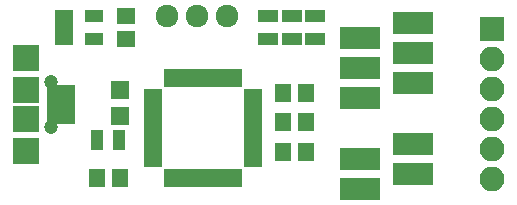
<source format=gbr>
G04 #@! TF.FileFunction,Soldermask,Top*
%FSLAX46Y46*%
G04 Gerber Fmt 4.6, Leading zero omitted, Abs format (unit mm)*
G04 Created by KiCad (PCBNEW 4.0.7-e2-6376~58~ubuntu16.04.1) date Wed Aug 15 22:40:32 2018*
%MOMM*%
%LPD*%
G01*
G04 APERTURE LIST*
%ADD10C,0.100000*%
%ADD11R,2.297380X2.297380*%
%ADD12R,2.400000X0.798780*%
%ADD13C,1.197560*%
%ADD14R,1.400000X1.650000*%
%ADD15R,1.650000X1.400000*%
%ADD16R,1.600000X1.600000*%
%ADD17R,2.100000X2.100000*%
%ADD18O,2.100000X2.100000*%
%ADD19R,1.100000X1.700000*%
%ADD20R,1.700000X1.100000*%
%ADD21R,1.620000X1.050000*%
%ADD22R,1.000000X1.600000*%
%ADD23R,1.600000X1.000000*%
%ADD24R,3.400000X1.900000*%
%ADD25C,1.924000*%
G04 APERTURE END LIST*
D10*
D11*
X149000000Y-106801120D03*
X149000000Y-109198880D03*
X149000000Y-111949700D03*
X149000000Y-104050300D03*
D12*
X152000000Y-106699520D03*
X152000000Y-107352300D03*
X152000000Y-108000000D03*
X152000000Y-108647700D03*
X152000000Y-109300480D03*
D13*
X151146300Y-109897380D03*
X151148840Y-106100080D03*
D14*
X170750000Y-112000000D03*
X172750000Y-112000000D03*
D15*
X157500000Y-100500000D03*
X157500000Y-102500000D03*
D14*
X157000000Y-114250000D03*
X155000000Y-114250000D03*
X170750000Y-107000000D03*
X172750000Y-107000000D03*
X170750000Y-109500000D03*
X172750000Y-109500000D03*
D16*
X157000000Y-109000000D03*
X157000000Y-106800000D03*
D17*
X188468000Y-101600000D03*
D18*
X188468000Y-104140000D03*
X188468000Y-106680000D03*
X188468000Y-109220000D03*
X188468000Y-111760000D03*
X188468000Y-114300000D03*
D19*
X156900000Y-111000000D03*
X155000000Y-111000000D03*
D20*
X169500000Y-100550000D03*
X169500000Y-102450000D03*
X171500000Y-100550000D03*
X171500000Y-102450000D03*
X173500000Y-100550000D03*
X173500000Y-102450000D03*
D21*
X152190000Y-100550000D03*
X152190000Y-101500000D03*
X152190000Y-102450000D03*
X154810000Y-102450000D03*
X154810000Y-100550000D03*
D22*
X161200000Y-114250000D03*
X162000000Y-114250000D03*
X162800000Y-114250000D03*
X163600000Y-114250000D03*
X164400000Y-114250000D03*
X165200000Y-114250000D03*
X166000000Y-114250000D03*
X166800000Y-114250000D03*
D23*
X168250000Y-112800000D03*
X168250000Y-112000000D03*
X168250000Y-111200000D03*
X168250000Y-110400000D03*
X168250000Y-109600000D03*
X168250000Y-108800000D03*
X168250000Y-108000000D03*
X168250000Y-107200000D03*
D22*
X166800000Y-105750000D03*
X166000000Y-105750000D03*
X165200000Y-105750000D03*
X164400000Y-105750000D03*
X163600000Y-105750000D03*
X162800000Y-105750000D03*
X162000000Y-105750000D03*
X161200000Y-105750000D03*
D23*
X159750000Y-107200000D03*
X159750000Y-108000000D03*
X159750000Y-108800000D03*
X159750000Y-109600000D03*
X159750000Y-110400000D03*
X159750000Y-111200000D03*
X159750000Y-112000000D03*
X159750000Y-112800000D03*
D24*
X181750000Y-101075000D03*
X177250000Y-102345000D03*
X181750000Y-103615000D03*
X177250000Y-104885000D03*
X181750000Y-106155000D03*
X177250000Y-107425000D03*
X181750000Y-111345000D03*
X177250000Y-112615000D03*
X181750000Y-113885000D03*
X177250000Y-115155000D03*
D25*
X166040000Y-100500000D03*
X163500000Y-100500000D03*
X160960000Y-100500000D03*
M02*

</source>
